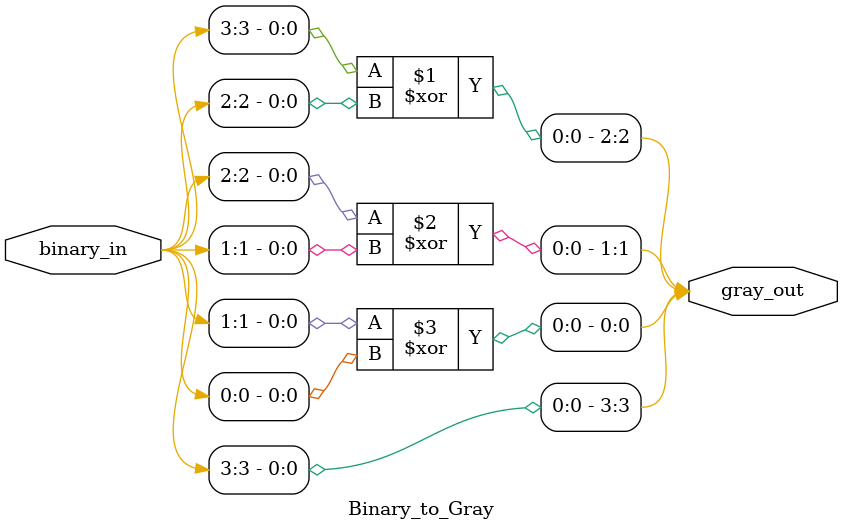
<source format=v>
module Binary_to_Gray (
    input  wire [3:0] binary_in,
    output wire [3:0] gray_out
);

assign gray_out[3] = binary_in[3];
assign gray_out[2] = binary_in[3] ^ binary_in[2]; 
assign gray_out[1] = binary_in[2] ^ binary_in[1];
assign gray_out[0] = binary_in[1] ^ binary_in[0];

endmodule

</source>
